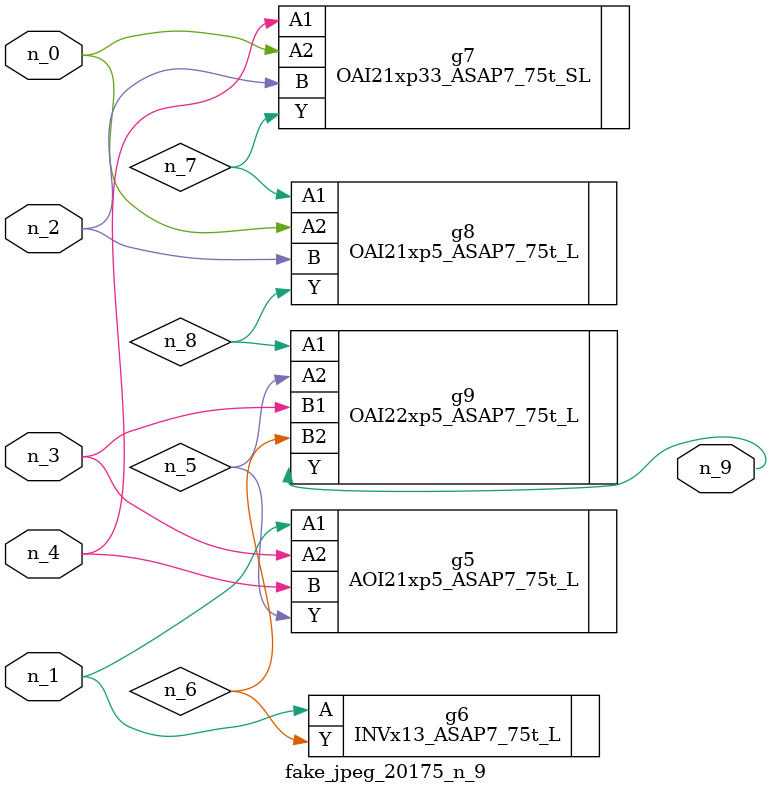
<source format=v>
module fake_jpeg_20175_n_9 (n_3, n_2, n_1, n_0, n_4, n_9);

input n_3;
input n_2;
input n_1;
input n_0;
input n_4;

output n_9;

wire n_8;
wire n_6;
wire n_5;
wire n_7;

AOI21xp5_ASAP7_75t_L g5 ( 
.A1(n_1),
.A2(n_3),
.B(n_4),
.Y(n_5)
);

INVx13_ASAP7_75t_L g6 ( 
.A(n_1),
.Y(n_6)
);

OAI21xp33_ASAP7_75t_SL g7 ( 
.A1(n_4),
.A2(n_0),
.B(n_2),
.Y(n_7)
);

OAI21xp5_ASAP7_75t_L g8 ( 
.A1(n_7),
.A2(n_0),
.B(n_2),
.Y(n_8)
);

OAI22xp5_ASAP7_75t_L g9 ( 
.A1(n_8),
.A2(n_5),
.B1(n_3),
.B2(n_6),
.Y(n_9)
);


endmodule
</source>
